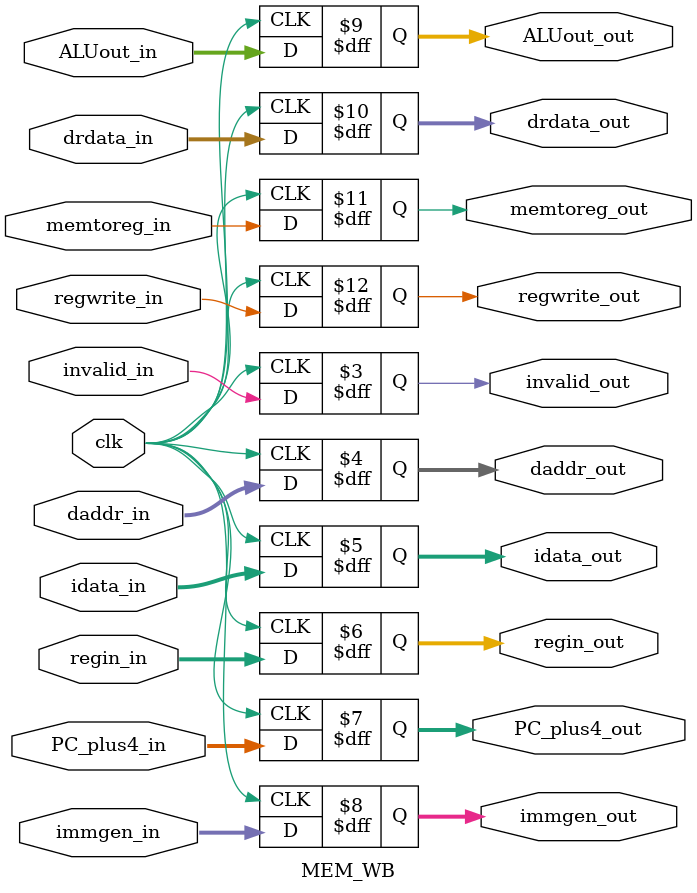
<source format=v>
`timescale 1ns / 1ps
module MEM_WB(
	 input clk,
    input memtoreg_in,
    input regwrite_in,
    input [31:0] ALUout_in,
    input [31:0] drdata_in,
    input [31:0] immgen_in,
    input [31:0] PC_plus4_in,
    input [1:0] regin_in,
	 input [31:0] idata_in,
	 input [31:0] daddr_in,
	 input invalid_in,
	 output reg invalid_out,
	 output reg [31:0] daddr_out,
	 output reg [31:0] idata_out,
    output reg [1:0] regin_out,
    output reg [31:0] PC_plus4_out,
    output reg [31:0] immgen_out,
    output reg [31:0] ALUout_out,
    output reg [31:0] drdata_out,
    output reg memtoreg_out,
    output reg regwrite_out
    );
	 
	 initial begin
	 ALUout_out = 0;
	 memtoreg_out = 0;
	 regwrite_out = 0;
	 regin_out = 0;
	 immgen_out = 0;
	 drdata_out = 0;
	 PC_plus4_out = 0;
	 idata_out = 0;
	 daddr_out = 0; 
	 invalid_out =0;
	 end
	 
always@(posedge clk)begin
	 ALUout_out <= ALUout_in;
	 memtoreg_out <= memtoreg_in;
	 regwrite_out <= regwrite_in;
	 regin_out <= regin_in;
	 immgen_out <= immgen_in;
	 drdata_out <= drdata_in;
	 PC_plus4_out <= PC_plus4_in;
	 idata_out <= idata_in;
	 daddr_out <= daddr_in; 
	 invalid_out <= invalid_in;
end
endmodule

</source>
